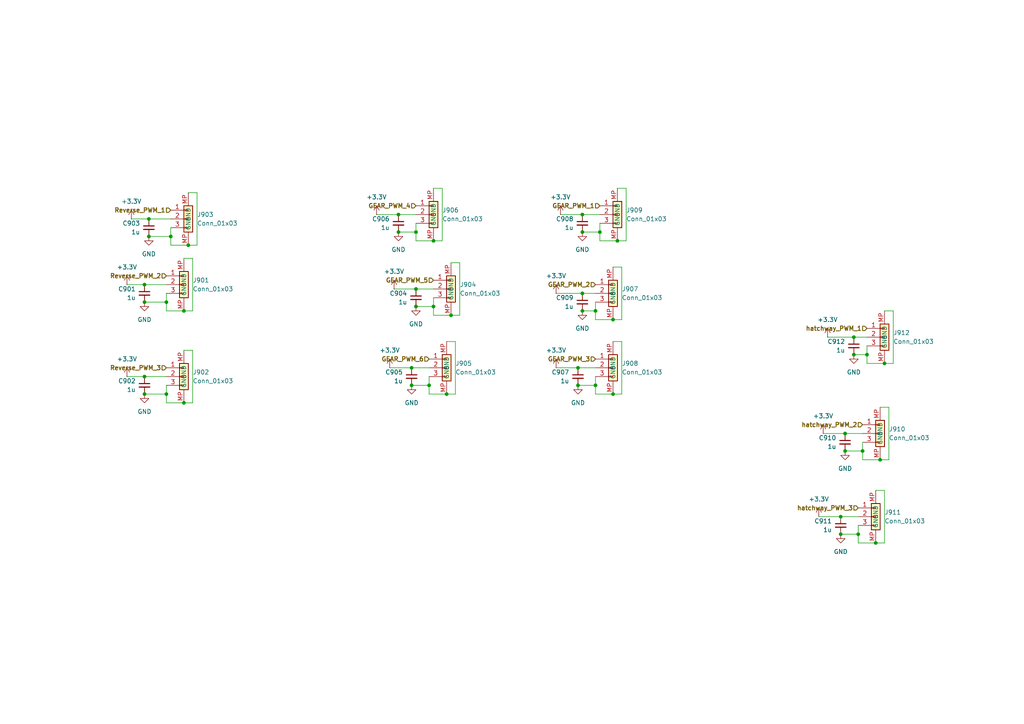
<source format=kicad_sch>
(kicad_sch (version 20250114) (generator "eeschema") (generator_version "9.0")
  (paper "A4")
  (lib_symbols
    (symbol "Device:C_Small" (pin_numbers (hide yes)) (pin_names (offset 0.254) (hide yes))
      (property "Reference" "C" (at 0.254 1.778 0))
      (property "Value" "C_Small" (at 0.254 -2.032 0))
      (symbol "C_Small_0_1"
        (polyline (pts (xy -1.524 0.508) (xy 1.524 0.508)) (stroke (width 0.3048)))
        (polyline (pts (xy -1.524 -0.508) (xy 1.524 -0.508)) (stroke (width 0.3302)))
      )
      (symbol "C_Small_1_1"
        (pin passive line (at 0 2.54 270) (length 2.032) (name "~") (number "1"))
        (pin passive line (at 0 -2.54 90) (length 2.032) (name "~") (number "2"))
      )
    )
    (symbol "JST_SH_3_Vertical_1"
      (property "Reference" "U" (at 0 0 0))
      (symbol "JST_SH_3_Vertical_1_1_1"
        (rectangle (start -1.27 5.08) (end 1.27 -2.54) (stroke (width 0.254)) (fill (type background)))
        (rectangle (start -1.27 3.937) (end 0 3.683) (stroke (width 0.1524)))
        (rectangle (start -1.27 1.397) (end 0 1.143) (stroke (width 0.1524)))
        (rectangle (start -1.27 -1.143) (end 0 -1.397) (stroke (width 0.1524)))
        (pin passive line (at -5.08 3.81 0) (length 3.81) (name "") (number "1"))
        (pin passive line (at -5.08 1.27 0) (length 3.81) (name "") (number "2"))
        (pin passive line (at -5.08 -1.27 0) (length 3.81) (name "") (number "3"))
        (pin power_in line (at 0 8.89 270) (length 3.81) (name "GND") (number "MP"))
        (pin power_in line (at 0 -6.35 90) (length 3.81) (name "GND") (number "MP"))
      )
    )
    (symbol "JST_SH_3_Vertical_10"
      (property "Reference" "U" (at 0 0 0))
      (symbol "JST_SH_3_Vertical_10_1_1"
        (rectangle (start -1.27 5.08) (end 1.27 -2.54) (stroke (width 0.254)) (fill (type background)))
        (rectangle (start -1.27 3.937) (end 0 3.683) (stroke (width 0.1524)))
        (rectangle (start -1.27 1.397) (end 0 1.143) (stroke (width 0.1524)))
        (rectangle (start -1.27 -1.143) (end 0 -1.397) (stroke (width 0.1524)))
        (pin passive line (at -5.08 3.81 0) (length 3.81) (name "") (number "1"))
        (pin passive line (at -5.08 1.27 0) (length 3.81) (name "") (number "2"))
        (pin passive line (at -5.08 -1.27 0) (length 3.81) (name "") (number "3"))
        (pin power_in line (at 0 8.89 270) (length 3.81) (name "GND") (number "MP"))
        (pin power_in line (at 0 -6.35 90) (length 3.81) (name "GND") (number "MP"))
      )
    )
    (symbol "JST_SH_3_Vertical_11"
      (property "Reference" "U" (at 0 0 0))
      (symbol "JST_SH_3_Vertical_11_1_1"
        (rectangle (start -1.27 5.08) (end 1.27 -2.54) (stroke (width 0.254)) (fill (type background)))
        (rectangle (start -1.27 3.937) (end 0 3.683) (stroke (width 0.1524)))
        (rectangle (start -1.27 1.397) (end 0 1.143) (stroke (width 0.1524)))
        (rectangle (start -1.27 -1.143) (end 0 -1.397) (stroke (width 0.1524)))
        (pin passive line (at -5.08 3.81 0) (length 3.81) (name "") (number "1"))
        (pin passive line (at -5.08 1.27 0) (length 3.81) (name "") (number "2"))
        (pin passive line (at -5.08 -1.27 0) (length 3.81) (name "") (number "3"))
        (pin power_in line (at 0 8.89 270) (length 3.81) (name "GND") (number "MP"))
        (pin power_in line (at 0 -6.35 90) (length 3.81) (name "GND") (number "MP"))
      )
    )
    (symbol "JST_SH_3_Vertical_2"
      (property "Reference" "U" (at 0 0 0))
      (symbol "JST_SH_3_Vertical_2_1_1"
        (rectangle (start -1.27 5.08) (end 1.27 -2.54) (stroke (width 0.254)) (fill (type background)))
        (rectangle (start -1.27 3.937) (end 0 3.683) (stroke (width 0.1524)))
        (rectangle (start -1.27 1.397) (end 0 1.143) (stroke (width 0.1524)))
        (rectangle (start -1.27 -1.143) (end 0 -1.397) (stroke (width 0.1524)))
        (pin passive line (at -5.08 3.81 0) (length 3.81) (name "") (number "1"))
        (pin passive line (at -5.08 1.27 0) (length 3.81) (name "") (number "2"))
        (pin passive line (at -5.08 -1.27 0) (length 3.81) (name "") (number "3"))
        (pin power_in line (at 0 8.89 270) (length 3.81) (name "GND") (number "MP"))
        (pin power_in line (at 0 -6.35 90) (length 3.81) (name "GND") (number "MP"))
      )
    )
    (symbol "JST_SH_3_Vertical_3"
      (property "Reference" "U" (at 0 0 0))
      (symbol "JST_SH_3_Vertical_3_1_1"
        (rectangle (start -1.27 5.08) (end 1.27 -2.54) (stroke (width 0.254)) (fill (type background)))
        (rectangle (start -1.27 3.937) (end 0 3.683) (stroke (width 0.1524)))
        (rectangle (start -1.27 1.397) (end 0 1.143) (stroke (width 0.1524)))
        (rectangle (start -1.27 -1.143) (end 0 -1.397) (stroke (width 0.1524)))
        (pin passive line (at -5.08 3.81 0) (length 3.81) (name "") (number "1"))
        (pin passive line (at -5.08 1.27 0) (length 3.81) (name "") (number "2"))
        (pin passive line (at -5.08 -1.27 0) (length 3.81) (name "") (number "3"))
        (pin power_in line (at 0 8.89 270) (length 3.81) (name "GND") (number "MP"))
        (pin power_in line (at 0 -6.35 90) (length 3.81) (name "GND") (number "MP"))
      )
    )
    (symbol "JST_SH_3_Vertical_4"
      (property "Reference" "U" (at 0 0 0))
      (symbol "JST_SH_3_Vertical_4_1_1"
        (rectangle (start -1.27 5.08) (end 1.27 -2.54) (stroke (width 0.254)) (fill (type background)))
        (rectangle (start -1.27 3.937) (end 0 3.683) (stroke (width 0.1524)))
        (rectangle (start -1.27 1.397) (end 0 1.143) (stroke (width 0.1524)))
        (rectangle (start -1.27 -1.143) (end 0 -1.397) (stroke (width 0.1524)))
        (pin passive line (at -5.08 3.81 0) (length 3.81) (name "") (number "1"))
        (pin passive line (at -5.08 1.27 0) (length 3.81) (name "") (number "2"))
        (pin passive line (at -5.08 -1.27 0) (length 3.81) (name "") (number "3"))
        (pin power_in line (at 0 8.89 270) (length 3.81) (name "GND") (number "MP"))
        (pin power_in line (at 0 -6.35 90) (length 3.81) (name "GND") (number "MP"))
      )
    )
    (symbol "JST_SH_3_Vertical_5"
      (property "Reference" "U" (at 0 0 0))
      (symbol "JST_SH_3_Vertical_5_1_1"
        (rectangle (start -1.27 5.08) (end 1.27 -2.54) (stroke (width 0.254)) (fill (type background)))
        (rectangle (start -1.27 3.937) (end 0 3.683) (stroke (width 0.1524)))
        (rectangle (start -1.27 1.397) (end 0 1.143) (stroke (width 0.1524)))
        (rectangle (start -1.27 -1.143) (end 0 -1.397) (stroke (width 0.1524)))
        (pin passive line (at -5.08 3.81 0) (length 3.81) (name "") (number "1"))
        (pin passive line (at -5.08 1.27 0) (length 3.81) (name "") (number "2"))
        (pin passive line (at -5.08 -1.27 0) (length 3.81) (name "") (number "3"))
        (pin power_in line (at 0 8.89 270) (length 3.81) (name "GND") (number "MP"))
        (pin power_in line (at 0 -6.35 90) (length 3.81) (name "GND") (number "MP"))
      )
    )
    (symbol "JST_SH_3_Vertical_6"
      (property "Reference" "U" (at 0 0 0))
      (symbol "JST_SH_3_Vertical_6_1_1"
        (rectangle (start -1.27 5.08) (end 1.27 -2.54) (stroke (width 0.254)) (fill (type background)))
        (rectangle (start -1.27 3.937) (end 0 3.683) (stroke (width 0.1524)))
        (rectangle (start -1.27 1.397) (end 0 1.143) (stroke (width 0.1524)))
        (rectangle (start -1.27 -1.143) (end 0 -1.397) (stroke (width 0.1524)))
        (pin passive line (at -5.08 3.81 0) (length 3.81) (name "") (number "1"))
        (pin passive line (at -5.08 1.27 0) (length 3.81) (name "") (number "2"))
        (pin passive line (at -5.08 -1.27 0) (length 3.81) (name "") (number "3"))
        (pin power_in line (at 0 8.89 270) (length 3.81) (name "GND") (number "MP"))
        (pin power_in line (at 0 -6.35 90) (length 3.81) (name "GND") (number "MP"))
      )
    )
    (symbol "JST_SH_3_Vertical_7"
      (property "Reference" "U" (at 0 0 0))
      (symbol "JST_SH_3_Vertical_7_1_1"
        (rectangle (start -1.27 5.08) (end 1.27 -2.54) (stroke (width 0.254)) (fill (type background)))
        (rectangle (start -1.27 3.937) (end 0 3.683) (stroke (width 0.1524)))
        (rectangle (start -1.27 1.397) (end 0 1.143) (stroke (width 0.1524)))
        (rectangle (start -1.27 -1.143) (end 0 -1.397) (stroke (width 0.1524)))
        (pin passive line (at -5.08 3.81 0) (length 3.81) (name "") (number "1"))
        (pin passive line (at -5.08 1.27 0) (length 3.81) (name "") (number "2"))
        (pin passive line (at -5.08 -1.27 0) (length 3.81) (name "") (number "3"))
        (pin power_in line (at 0 8.89 270) (length 3.81) (name "GND") (number "MP"))
        (pin power_in line (at 0 -6.35 90) (length 3.81) (name "GND") (number "MP"))
      )
    )
    (symbol "JST_SH_3_Vertical_8"
      (property "Reference" "U" (at 0 0 0))
      (symbol "JST_SH_3_Vertical_8_1_1"
        (rectangle (start -1.27 5.08) (end 1.27 -2.54) (stroke (width 0.254)) (fill (type background)))
        (rectangle (start -1.27 3.937) (end 0 3.683) (stroke (width 0.1524)))
        (rectangle (start -1.27 1.397) (end 0 1.143) (stroke (width 0.1524)))
        (rectangle (start -1.27 -1.143) (end 0 -1.397) (stroke (width 0.1524)))
        (pin passive line (at -5.08 3.81 0) (length 3.81) (name "") (number "1"))
        (pin passive line (at -5.08 1.27 0) (length 3.81) (name "") (number "2"))
        (pin passive line (at -5.08 -1.27 0) (length 3.81) (name "") (number "3"))
        (pin power_in line (at 0 8.89 270) (length 3.81) (name "GND") (number "MP"))
        (pin power_in line (at 0 -6.35 90) (length 3.81) (name "GND") (number "MP"))
      )
    )
    (symbol "JST_SH_3_Vertical_9"
      (property "Reference" "U" (at 0 0 0))
      (symbol "JST_SH_3_Vertical_9_1_1"
        (rectangle (start -1.27 5.08) (end 1.27 -2.54) (stroke (width 0.254)) (fill (type background)))
        (rectangle (start -1.27 3.937) (end 0 3.683) (stroke (width 0.1524)))
        (rectangle (start -1.27 1.397) (end 0 1.143) (stroke (width 0.1524)))
        (rectangle (start -1.27 -1.143) (end 0 -1.397) (stroke (width 0.1524)))
        (pin passive line (at -5.08 3.81 0) (length 3.81) (name "") (number "1"))
        (pin passive line (at -5.08 1.27 0) (length 3.81) (name "") (number "2"))
        (pin passive line (at -5.08 -1.27 0) (length 3.81) (name "") (number "3"))
        (pin power_in line (at 0 8.89 270) (length 3.81) (name "GND") (number "MP"))
        (pin power_in line (at 0 -6.35 90) (length 3.81) (name "GND") (number "MP"))
      )
    )
    (symbol "my_lib:JST_SH_3_Vertical"
      (property "Reference" "U" (at 0 0 0))
      (symbol "JST_SH_3_Vertical_1_1"
        (rectangle (start -1.27 5.08) (end 1.27 -2.54) (stroke (width 0.254)) (fill (type background)))
        (rectangle (start -1.27 3.937) (end 0 3.683) (stroke (width 0.1524)))
        (rectangle (start -1.27 1.397) (end 0 1.143) (stroke (width 0.1524)))
        (rectangle (start -1.27 -1.143) (end 0 -1.397) (stroke (width 0.1524)))
        (pin passive line (at -5.08 3.81 0) (length 3.81) (name "") (number "1"))
        (pin passive line (at -5.08 1.27 0) (length 3.81) (name "") (number "2"))
        (pin passive line (at -5.08 -1.27 0) (length 3.81) (name "") (number "3"))
        (pin power_in line (at 0 8.89 270) (length 3.81) (name "GND") (number "MP"))
        (pin power_in line (at 0 -6.35 90) (length 3.81) (name "GND") (number "MP"))
      )
    )
    (symbol "power:+3.3V" (power) (pin_numbers (hide yes)) (pin_names (offset 0) (hide yes))
      (property "Value" "+3.3V" (at 0 3.556 0))
      (symbol "+3.3V_0_1"
        (polyline (pts (xy -0.762 1.27) (xy 0 2.54)))
        (polyline (pts (xy 0 2.54) (xy 0.762 1.27)))
        (polyline (pts (xy 0 0) (xy 0 2.54)))
      )
      (symbol "+3.3V_1_1"
        (pin power_in line (at 0 0 90) (length 0) (name "~") (number "1"))
      )
    )
    (symbol "power:GND" (power) (pin_numbers (hide yes)) (pin_names (offset 0) (hide yes))
      (property "Value" "GND" (at 0 -3.81 0))
      (symbol "GND_0_1"
        (polyline (pts (xy 0 0) (xy 0 -1.27) (xy 1.27 -1.27) (xy 0 -2.54) (xy -1.27 -1.27) (xy 0 -1.27)))
      )
      (symbol "GND_1_1"
        (pin power_in line (at 0 0 270) (length 0) (name "~") (number "1"))
      )
    )
  )
  (junction (at 125.73 88.9))
  (junction (at 168.91 85.09))
  (junction (at 168.91 90.17))
  (junction (at 49.53 68.58))
  (junction (at 53.34 116.84))
  (junction (at 177.8 114.3))
  (junction (at 48.26 114.3))
  (junction (at 179.07 69.85))
  (junction (at 172.72 111.76))
  (junction (at 130.81 91.44))
  (junction (at 243.84 154.94))
  (junction (at 119.38 106.68))
  (junction (at 251.46 102.87))
  (junction (at 41.91 109.22))
  (junction (at 254 157.48))
  (junction (at 168.91 62.23))
  (junction (at 247.65 97.79))
  (junction (at 245.11 130.81))
  (junction (at 172.72 90.17))
  (junction (at 173.99 67.31))
  (junction (at 177.8 92.71))
  (junction (at 255.27 133.35))
  (junction (at 120.65 67.31))
  (junction (at 43.18 68.58))
  (junction (at 120.65 83.82))
  (junction (at 168.91 67.31))
  (junction (at 129.54 114.3))
  (junction (at 120.65 88.9))
  (junction (at 54.61 71.12))
  (junction (at 48.26 87.63))
  (junction (at 41.91 82.55))
  (junction (at 119.38 111.76))
  (junction (at 247.65 102.87))
  (junction (at 250.19 130.81))
  (junction (at 115.57 67.31))
  (junction (at 248.92 154.94))
  (junction (at 41.91 87.63))
  (junction (at 41.91 114.3))
  (junction (at 43.18 63.5))
  (junction (at 243.84 149.86))
  (junction (at 245.11 125.73))
  (junction (at 125.73 69.85))
  (junction (at 53.34 90.17))
  (junction (at 124.46 111.76))
  (junction (at 256.54 105.41))
  (junction (at 167.64 106.68))
  (junction (at 167.64 111.76))
  (junction (at 115.57 62.23))
  (wire (pts (xy 53.34 90.17) (xy 55.88 90.17)))
  (wire (pts (xy 161.29 85.09) (xy 168.91 85.09)))
  (wire (pts (xy 257.81 133.35) (xy 255.27 133.35)))
  (wire (pts (xy 53.34 116.84) (xy 55.88 116.84)))
  (wire (pts (xy 248.92 154.94) (xy 248.92 152.4)))
  (wire (pts (xy 41.91 87.63) (xy 48.26 87.63)))
  (wire (pts (xy 55.88 101.6) (xy 53.34 101.6)))
  (wire (pts (xy 119.38 106.68) (xy 124.46 106.68)))
  (wire (pts (xy 177.8 114.3) (xy 180.34 114.3)))
  (wire (pts (xy 48.26 87.63) (xy 48.26 90.17)))
  (wire (pts (xy 55.88 74.93) (xy 53.34 74.93)))
  (wire (pts (xy 255.27 118.11) (xy 257.81 118.11)))
  (wire (pts (xy 119.38 111.76) (xy 124.46 111.76)))
  (wire (pts (xy 41.91 114.3) (xy 48.26 114.3)))
  (wire (pts (xy 257.81 118.11) (xy 257.81 133.35)))
  (wire (pts (xy 120.65 67.31) (xy 120.65 64.77)))
  (wire (pts (xy 133.35 91.44) (xy 133.35 76.2)))
  (wire (pts (xy 161.29 106.68) (xy 167.64 106.68)))
  (wire (pts (xy 243.84 154.94) (xy 248.92 154.94)))
  (wire (pts (xy 124.46 111.76) (xy 124.46 109.22)))
  (wire (pts (xy 254 157.48) (xy 256.54 157.48)))
  (wire (pts (xy 162.56 62.23) (xy 168.91 62.23)))
  (wire (pts (xy 168.91 90.17) (xy 172.72 90.17)))
  (wire (pts (xy 36.83 109.22) (xy 41.91 109.22)))
  (wire (pts (xy 180.34 77.47) (xy 177.8 77.47)))
  (wire (pts (xy 173.99 69.85) (xy 179.07 69.85)))
  (wire (pts (xy 49.53 68.58) (xy 49.53 66.04)))
  (wire (pts (xy 48.26 90.17) (xy 53.34 90.17)))
  (wire (pts (xy 128.27 69.85) (xy 128.27 54.61)))
  (wire (pts (xy 48.26 114.3) (xy 48.26 116.84)))
  (wire (pts (xy 114.3 83.82) (xy 120.65 83.82)))
  (wire (pts (xy 243.84 149.86) (xy 248.92 149.86)))
  (wire (pts (xy 49.53 71.12) (xy 49.53 68.58)))
  (wire (pts (xy 120.65 67.31) (xy 120.65 69.85)))
  (wire (pts (xy 180.34 92.71) (xy 180.34 77.47)))
  (wire (pts (xy 113.03 106.68) (xy 119.38 106.68)))
  (wire (pts (xy 168.91 62.23) (xy 173.99 62.23)))
  (wire (pts (xy 120.65 88.9) (xy 125.73 88.9)))
  (wire (pts (xy 43.18 63.5) (xy 49.53 63.5)))
  (wire (pts (xy 250.19 133.35) (xy 250.19 130.81)))
  (wire (pts (xy 172.72 111.76) (xy 172.72 114.3)))
  (wire (pts (xy 132.08 114.3) (xy 132.08 99.06)))
  (wire (pts (xy 124.46 114.3) (xy 129.54 114.3)))
  (wire (pts (xy 125.73 91.44) (xy 130.81 91.44)))
  (wire (pts (xy 41.91 82.55) (xy 48.26 82.55)))
  (wire (pts (xy 248.92 157.48) (xy 248.92 154.94)))
  (wire (pts (xy 181.61 69.85) (xy 181.61 54.61)))
  (wire (pts (xy 43.18 68.58) (xy 49.53 68.58)))
  (wire (pts (xy 245.11 125.73) (xy 250.19 125.73)))
  (wire (pts (xy 173.99 67.31) (xy 173.99 69.85)))
  (wire (pts (xy 54.61 55.88) (xy 57.15 55.88)))
  (wire (pts (xy 180.34 114.3) (xy 180.34 99.06)))
  (wire (pts (xy 167.64 111.76) (xy 172.72 111.76)))
  (wire (pts (xy 254 142.24) (xy 256.54 142.24)))
  (wire (pts (xy 259.08 105.41) (xy 259.08 90.17)))
  (wire (pts (xy 181.61 54.61) (xy 179.07 54.61)))
  (wire (pts (xy 172.72 92.71) (xy 177.8 92.71)))
  (wire (pts (xy 240.03 97.79) (xy 247.65 97.79)))
  (wire (pts (xy 172.72 90.17) (xy 172.72 87.63)))
  (wire (pts (xy 179.07 69.85) (xy 181.61 69.85)))
  (wire (pts (xy 251.46 102.87) (xy 251.46 100.33)))
  (wire (pts (xy 130.81 91.44) (xy 133.35 91.44)))
  (wire (pts (xy 172.72 111.76) (xy 172.72 109.22)))
  (wire (pts (xy 125.73 69.85) (xy 128.27 69.85)))
  (wire (pts (xy 259.08 90.17) (xy 256.54 90.17)))
  (wire (pts (xy 173.99 64.77) (xy 173.99 67.31)))
  (wire (pts (xy 41.91 109.22) (xy 48.26 109.22)))
  (wire (pts (xy 54.61 71.12) (xy 57.15 71.12)))
  (wire (pts (xy 167.64 106.68) (xy 172.72 106.68)))
  (wire (pts (xy 115.57 67.31) (xy 120.65 67.31)))
  (wire (pts (xy 38.1 63.5) (xy 43.18 63.5)))
  (wire (pts (xy 132.08 99.06) (xy 129.54 99.06)))
  (wire (pts (xy 180.34 99.06) (xy 177.8 99.06)))
  (wire (pts (xy 256.54 105.41) (xy 259.08 105.41)))
  (wire (pts (xy 237.49 149.86) (xy 243.84 149.86)))
  (wire (pts (xy 255.27 133.35) (xy 250.19 133.35)))
  (wire (pts (xy 251.46 105.41) (xy 256.54 105.41)))
  (wire (pts (xy 247.65 102.87) (xy 251.46 102.87)))
  (wire (pts (xy 251.46 102.87) (xy 251.46 105.41)))
  (wire (pts (xy 48.26 87.63) (xy 48.26 85.09)))
  (wire (pts (xy 115.57 62.23) (xy 120.65 62.23)))
  (wire (pts (xy 124.46 111.76) (xy 124.46 114.3)))
  (wire (pts (xy 245.11 130.81) (xy 250.19 130.81)))
  (wire (pts (xy 48.26 116.84) (xy 53.34 116.84)))
  (wire (pts (xy 172.72 114.3) (xy 177.8 114.3)))
  (wire (pts (xy 254 157.48) (xy 248.92 157.48)))
  (wire (pts (xy 125.73 88.9) (xy 125.73 86.36)))
  (wire (pts (xy 247.65 97.79) (xy 251.46 97.79)))
  (wire (pts (xy 172.72 90.17) (xy 172.72 92.71)))
  (wire (pts (xy 133.35 76.2) (xy 130.81 76.2)))
  (wire (pts (xy 168.91 85.09) (xy 172.72 85.09)))
  (wire (pts (xy 55.88 116.84) (xy 55.88 101.6)))
  (wire (pts (xy 57.15 55.88) (xy 57.15 71.12)))
  (wire (pts (xy 54.61 71.12) (xy 49.53 71.12)))
  (wire (pts (xy 109.22 62.23) (xy 115.57 62.23)))
  (wire (pts (xy 238.76 125.73) (xy 245.11 125.73)))
  (wire (pts (xy 128.27 54.61) (xy 125.73 54.61)))
  (wire (pts (xy 36.83 82.55) (xy 41.91 82.55)))
  (wire (pts (xy 129.54 114.3) (xy 132.08 114.3)))
  (wire (pts (xy 120.65 69.85) (xy 125.73 69.85)))
  (wire (pts (xy 250.19 130.81) (xy 250.19 128.27)))
  (wire (pts (xy 55.88 90.17) (xy 55.88 74.93)))
  (wire (pts (xy 125.73 88.9) (xy 125.73 91.44)))
  (wire (pts (xy 168.91 67.31) (xy 173.99 67.31)))
  (wire (pts (xy 120.65 83.82) (xy 125.73 83.82)))
  (wire (pts (xy 48.26 114.3) (xy 48.26 111.76)))
  (wire (pts (xy 256.54 142.24) (xy 256.54 157.48)))
  (wire (pts (xy 177.8 92.71) (xy 180.34 92.71)))
  (hierarchical_label "hatchway_PWM_1" (shape input) (at 251.46 95.25 180) (effects (font (thickness 0.254) (bold yes))))
  (hierarchical_label "Reverse_PWM_3" (shape input) (at 48.26 106.68 180) (effects (font (thickness 0.254) (bold yes))))
  (hierarchical_label "GEAR_PWM_4" (shape input) (at 120.65 59.69 180) (effects (font (thickness 0.254) (bold yes))))
  (hierarchical_label "GEAR_PWM_1" (shape input) (at 173.99 59.69 180) (effects (font (thickness 0.254) (bold yes))))
  (hierarchical_label "GEAR_PWM_5" (shape input) (at 125.73 81.28 180) (effects (font (thickness 0.254) (bold yes))))
  (hierarchical_label "Reverse_PWM_1" (shape input) (at 49.53 60.96 180) (effects (font (thickness 0.254) (bold yes))))
  (hierarchical_label "hatchway_PWM_2" (shape input) (at 250.19 123.19 180) (effects (font (thickness 0.254) (bold yes))))
  (hierarchical_label "hatchway_PWM_3" (shape input) (at 248.92 147.32 180) (effects (font (thickness 0.254) (bold yes))))
  (hierarchical_label "Reverse_PWM_2" (shape input) (at 48.26 80.01 180) (effects (font (thickness 0.254) (bold yes))))
  (hierarchical_label "GEAR_PWM_3" (shape input) (at 172.72 104.14 180) (effects (font (thickness 0.254) (bold yes))))
  (hierarchical_label "GEAR_PWM_6" (shape input) (at 124.46 104.14 180) (effects (font (thickness 0.254) (bold yes))))
  (hierarchical_label "GEAR_PWM_2" (shape input) (at 172.72 82.55 180) (effects (font (thickness 0.254) (bold yes))))
  (symbol (lib_id "my_lib:JST_SH_3_Vertical") (at 53.34 110.49 0) (unit 1)
    (property "Reference" "J902" (at 55.88 107.9499 0) (effects (justify left)))
    (property "Value" "Conn_01x03" (at 55.88 110.4899 0) (effects (justify left)))
    (property "Footprint" "Connector_JST:JST_SH_BM03B-SRSS-TB_1x03-1MP_P1.00mm_Vertical" (effects (hide yes)))
    (property "Description" "Generic connector, single row, 01x03, script generated (kicad-library-utils/schlib/autogen/connector/)" (effects (hide yes)))
  )
  (symbol (lib_id "Device:C_Small") (at 41.91 85.09 0) (unit 1)
    (property "Reference" "C901" (at 39.37 83.8262 0) (effects (justify right)))
    (property "Value" "1u" (at 39.37 86.3662 0) (effects (justify right)))
    (property "Footprint" "Capacitor_SMD:C_0603_1608Metric" (effects (hide yes)))
    (property "Description" "Unpolarized capacitor, small symbol" (effects (hide yes)))
  )
  (symbol (lib_id "Device:C_Small") (at 115.57 64.77 0) (unit 1)
    (property "Reference" "C906" (at 113.03 63.5062 0) (effects (justify right)))
    (property "Value" "1u" (at 113.03 66.0462 0) (effects (justify right)))
    (property "Footprint" "Capacitor_SMD:C_0603_1608Metric" (effects (hide yes)))
    (property "Description" "Unpolarized capacitor, small symbol" (effects (hide yes)))
  )
  (symbol (lib_id "power:+3.3V") (at 240.03 97.79 0) (unit 1)
    (property "Reference" "#PWR0921" (effects (hide yes)))
    (property "Value" "+3.3V" (at 240.03 92.71 0))
    (property "Description" "Power symbol creates a global label with name \"+3.3V\"" (effects (hide yes)))
  )
  (symbol (lib_id "Device:C_Small") (at 168.91 87.63 0) (unit 1)
    (property "Reference" "C909" (at 166.37 86.3662 0) (effects (justify right)))
    (property "Value" "1u" (at 166.37 88.9062 0) (effects (justify right)))
    (property "Footprint" "Capacitor_SMD:C_0603_1608Metric" (effects (hide yes)))
    (property "Description" "Unpolarized capacitor, small symbol" (effects (hide yes)))
  )
  (symbol (lib_id "power:GND") (at 247.65 102.87 0) (unit 1)
    (property "Reference" "#PWR0924" (effects (hide yes)))
    (property "Value" "GND" (at 247.65 107.95 0))
    (property "Description" "Power symbol creates a global label with name \"GND\" , ground" (effects (hide yes)))
  )
  (symbol (lib_id "Device:C_Small") (at 168.91 64.77 0) (unit 1)
    (property "Reference" "C908" (at 166.37 63.5062 0) (effects (justify right)))
    (property "Value" "1u" (at 166.37 66.0462 0) (effects (justify right)))
    (property "Footprint" "Capacitor_SMD:C_0603_1608Metric" (effects (hide yes)))
    (property "Description" "Unpolarized capacitor, small symbol" (effects (hide yes)))
  )
  (symbol (lib_name "JST_SH_3_Vertical_5") (lib_id "my_lib:JST_SH_3_Vertical") (at 177.8 86.36 0) (unit 1)
    (property "Reference" "J907" (at 180.34 83.8199 0) (effects (justify left)))
    (property "Value" "Conn_01x03" (at 180.34 86.3599 0) (effects (justify left)))
    (property "Footprint" "Connector_JST:JST_SH_BM03B-SRSS-TB_1x03-1MP_P1.00mm_Vertical" (effects (hide yes)))
    (property "Description" "Generic connector, single row, 01x03, script generated (kicad-library-utils/schlib/autogen/connector/)" (effects (hide yes)))
  )
  (symbol (lib_id "power:GND") (at 120.65 88.9 0) (unit 1)
    (property "Reference" "#PWR0910" (effects (hide yes)))
    (property "Value" "GND" (at 120.65 93.98 0))
    (property "Description" "Power symbol creates a global label with name \"GND\" , ground" (effects (hide yes)))
  )
  (symbol (lib_id "power:+3.3V") (at 114.3 83.82 0) (unit 1)
    (property "Reference" "#PWR0907" (effects (hide yes)))
    (property "Value" "+3.3V" (at 114.3 78.74 0))
    (property "Description" "Power symbol creates a global label with name \"+3.3V\"" (effects (hide yes)))
  )
  (symbol (lib_id "Device:C_Small") (at 120.65 86.36 0) (unit 1)
    (property "Reference" "C904" (at 118.11 85.0962 0) (effects (justify right)))
    (property "Value" "1u" (at 118.11 87.6362 0) (effects (justify right)))
    (property "Footprint" "Capacitor_SMD:C_0603_1608Metric" (effects (hide yes)))
    (property "Description" "Unpolarized capacitor, small symbol" (effects (hide yes)))
  )
  (symbol (lib_id "power:+3.3V") (at 161.29 106.68 0) (unit 1)
    (property "Reference" "#PWR0914" (effects (hide yes)))
    (property "Value" "+3.3V" (at 161.29 101.6 0))
    (property "Description" "Power symbol creates a global label with name \"+3.3V\"" (effects (hide yes)))
  )
  (symbol (lib_id "Device:C_Small") (at 119.38 109.22 0) (unit 1)
    (property "Reference" "C905" (at 116.84 107.9562 0) (effects (justify right)))
    (property "Value" "1u" (at 116.84 110.4962 0) (effects (justify right)))
    (property "Footprint" "Capacitor_SMD:C_0603_1608Metric" (effects (hide yes)))
    (property "Description" "Unpolarized capacitor, small symbol" (effects (hide yes)))
  )
  (symbol (lib_id "power:+3.3V") (at 162.56 62.23 0) (unit 1)
    (property "Reference" "#PWR0915" (effects (hide yes)))
    (property "Value" "+3.3V" (at 162.56 57.15 0))
    (property "Description" "Power symbol creates a global label with name \"+3.3V\"" (effects (hide yes)))
  )
  (symbol (lib_id "Device:C_Small") (at 43.18 66.04 0) (unit 1)
    (property "Reference" "C903" (at 40.64 64.7762 0) (effects (justify right)))
    (property "Value" "1u" (at 40.64 67.3162 0) (effects (justify right)))
    (property "Footprint" "Capacitor_SMD:C_0603_1608Metric" (effects (hide yes)))
    (property "Description" "Unpolarized capacitor, small symbol" (effects (hide yes)))
  )
  (symbol (lib_name "JST_SH_3_Vertical_11") (lib_id "my_lib:JST_SH_3_Vertical") (at 53.34 83.82 0) (unit 1)
    (property "Reference" "J901" (at 55.88 81.2799 0) (effects (justify left)))
    (property "Value" "Conn_01x03" (at 55.88 83.8199 0) (effects (justify left)))
    (property "Footprint" "Connector_JST:JST_SH_BM03B-SRSS-TB_1x03-1MP_P1.00mm_Vertical" (effects (hide yes)))
    (property "Description" "Generic connector, single row, 01x03, script generated (kicad-library-utils/schlib/autogen/connector/)" (effects (hide yes)))
  )
  (symbol (lib_id "power:GND") (at 115.57 67.31 0) (unit 1)
    (property "Reference" "#PWR0912" (effects (hide yes)))
    (property "Value" "GND" (at 115.57 72.39 0))
    (property "Description" "Power symbol creates a global label with name \"GND\" , ground" (effects (hide yes)))
  )
  (symbol (lib_name "JST_SH_3_Vertical_3") (lib_id "my_lib:JST_SH_3_Vertical") (at 256.54 99.06 0) (unit 1)
    (property "Reference" "J912" (at 259.08 96.5199 0) (effects (justify left)))
    (property "Value" "Conn_01x03" (at 259.08 99.0599 0) (effects (justify left)))
    (property "Footprint" "Connector_JST:JST_SH_BM03B-SRSS-TB_1x03-1MP_P1.00mm_Vertical" (effects (hide yes)))
    (property "Description" "Generic connector, single row, 01x03, script generated (kicad-library-utils/schlib/autogen/connector/)" (effects (hide yes)))
  )
  (symbol (lib_id "power:+3.3V") (at 238.76 125.73 0) (unit 1)
    (property "Reference" "#PWR0919" (effects (hide yes)))
    (property "Value" "+3.3V" (at 238.76 120.65 0))
    (property "Description" "Power symbol creates a global label with name \"+3.3V\"" (effects (hide yes)))
  )
  (symbol (lib_id "power:GND") (at 41.91 87.63 0) (unit 1)
    (property "Reference" "#PWR0904" (effects (hide yes)))
    (property "Value" "GND" (at 41.91 92.71 0))
    (property "Description" "Power symbol creates a global label with name \"GND\" , ground" (effects (hide yes)))
  )
  (symbol (lib_name "JST_SH_3_Vertical_4") (lib_id "my_lib:JST_SH_3_Vertical") (at 177.8 107.95 0) (unit 1)
    (property "Reference" "J908" (at 180.34 105.4099 0) (effects (justify left)))
    (property "Value" "Conn_01x03" (at 180.34 107.9499 0) (effects (justify left)))
    (property "Footprint" "Connector_JST:JST_SH_BM03B-SRSS-TB_1x03-1MP_P1.00mm_Vertical" (effects (hide yes)))
    (property "Description" "Generic connector, single row, 01x03, script generated (kicad-library-utils/schlib/autogen/connector/)" (effects (hide yes)))
  )
  (symbol (lib_name "JST_SH_3_Vertical_1") (lib_id "my_lib:JST_SH_3_Vertical") (at 255.27 127 0) (unit 1)
    (property "Reference" "J910" (at 257.81 124.4599 0) (effects (justify left)))
    (property "Value" "Conn_01x03" (at 257.81 126.9999 0) (effects (justify left)))
    (property "Footprint" "Connector_JST:JST_SH_BM03B-SRSS-TB_1x03-1MP_P1.00mm_Vertical" (effects (hide yes)))
    (property "Description" "Generic connector, single row, 01x03, script generated (kicad-library-utils/schlib/autogen/connector/)" (effects (hide yes)))
  )
  (symbol (lib_name "JST_SH_3_Vertical_6") (lib_id "my_lib:JST_SH_3_Vertical") (at 179.07 63.5 0) (unit 1)
    (property "Reference" "J909" (at 181.61 60.9599 0) (effects (justify left)))
    (property "Value" "Conn_01x03" (at 181.61 63.4999 0) (effects (justify left)))
    (property "Footprint" "Connector_JST:JST_SH_BM03B-SRSS-TB_1x03-1MP_P1.00mm_Vertical" (effects (hide yes)))
    (property "Description" "Generic connector, single row, 01x03, script generated (kicad-library-utils/schlib/autogen/connector/)" (effects (hide yes)))
  )
  (symbol (lib_id "power:GND") (at 168.91 67.31 0) (unit 1)
    (property "Reference" "#PWR0917" (effects (hide yes)))
    (property "Value" "GND" (at 168.91 72.39 0))
    (property "Description" "Power symbol creates a global label with name \"GND\" , ground" (effects (hide yes)))
  )
  (symbol (lib_id "power:+3.3V") (at 113.03 106.68 0) (unit 1)
    (property "Reference" "#PWR0908" (effects (hide yes)))
    (property "Value" "+3.3V" (at 113.03 101.6 0))
    (property "Description" "Power symbol creates a global label with name \"+3.3V\"" (effects (hide yes)))
  )
  (symbol (lib_name "JST_SH_3_Vertical_9") (lib_id "my_lib:JST_SH_3_Vertical") (at 129.54 107.95 0) (unit 1)
    (property "Reference" "J905" (at 132.08 105.4099 0) (effects (justify left)))
    (property "Value" "Conn_01x03" (at 132.08 107.9499 0) (effects (justify left)))
    (property "Footprint" "Connector_JST:JST_SH_BM03B-SRSS-TB_1x03-1MP_P1.00mm_Vertical" (effects (hide yes)))
    (property "Description" "Generic connector, single row, 01x03, script generated (kicad-library-utils/schlib/autogen/connector/)" (effects (hide yes)))
  )
  (symbol (lib_id "Device:C_Small") (at 167.64 109.22 0) (unit 1)
    (property "Reference" "C907" (at 165.1 107.9562 0) (effects (justify right)))
    (property "Value" "1u" (at 165.1 110.4962 0) (effects (justify right)))
    (property "Footprint" "Capacitor_SMD:C_0603_1608Metric" (effects (hide yes)))
    (property "Description" "Unpolarized capacitor, small symbol" (effects (hide yes)))
  )
  (symbol (lib_id "Device:C_Small") (at 245.11 128.27 0) (unit 1)
    (property "Reference" "C910" (at 242.57 127.0062 0) (effects (justify right)))
    (property "Value" "1u" (at 242.57 129.5462 0) (effects (justify right)))
    (property "Footprint" "Capacitor_SMD:C_0603_1608Metric" (effects (hide yes)))
    (property "Description" "Unpolarized capacitor, small symbol" (effects (hide yes)))
  )
  (symbol (lib_name "JST_SH_3_Vertical_2") (lib_id "my_lib:JST_SH_3_Vertical") (at 254 151.13 0) (unit 1)
    (property "Reference" "J911" (at 256.54 148.5899 0) (effects (justify left)))
    (property "Value" "Conn_01x03" (at 256.54 151.1299 0) (effects (justify left)))
    (property "Footprint" "Connector_JST:JST_SH_BM03B-SRSS-TB_1x03-1MP_P1.00mm_Vertical" (effects (hide yes)))
    (property "Description" "Generic connector, single row, 01x03, script generated (kicad-library-utils/schlib/autogen/connector/)" (effects (hide yes)))
  )
  (symbol (lib_name "JST_SH_3_Vertical_8") (lib_id "my_lib:JST_SH_3_Vertical") (at 130.81 85.09 0) (unit 1)
    (property "Reference" "J904" (at 133.35 82.5499 0) (effects (justify left)))
    (property "Value" "Conn_01x03" (at 133.35 85.0899 0) (effects (justify left)))
    (property "Footprint" "Connector_JST:JST_SH_BM03B-SRSS-TB_1x03-1MP_P1.00mm_Vertical" (effects (hide yes)))
    (property "Description" "Generic connector, single row, 01x03, script generated (kicad-library-utils/schlib/autogen/connector/)" (effects (hide yes)))
  )
  (symbol (lib_id "power:+3.3V") (at 36.83 82.55 0) (unit 1)
    (property "Reference" "#PWR0901" (effects (hide yes)))
    (property "Value" "+3.3V" (at 36.83 77.47 0))
    (property "Description" "Power symbol creates a global label with name \"+3.3V\"" (effects (hide yes)))
  )
  (symbol (lib_id "power:GND") (at 243.84 154.94 0) (unit 1)
    (property "Reference" "#PWR0923" (effects (hide yes)))
    (property "Value" "GND" (at 243.84 160.02 0))
    (property "Description" "Power symbol creates a global label with name \"GND\" , ground" (effects (hide yes)))
  )
  (symbol (lib_id "power:+3.3V") (at 38.1 63.5 0) (unit 1)
    (property "Reference" "#PWR0903" (effects (hide yes)))
    (property "Value" "+3.3V" (at 38.1 58.42 0))
    (property "Description" "Power symbol creates a global label with name \"+3.3V\"" (effects (hide yes)))
  )
  (symbol (lib_id "power:GND") (at 41.91 114.3 0) (unit 1)
    (property "Reference" "#PWR0905" (effects (hide yes)))
    (property "Value" "GND" (at 41.91 119.38 0))
    (property "Description" "Power symbol creates a global label with name \"GND\" , ground" (effects (hide yes)))
  )
  (symbol (lib_id "power:+3.3V") (at 109.22 62.23 0) (unit 1)
    (property "Reference" "#PWR0909" (effects (hide yes)))
    (property "Value" "+3.3V" (at 109.22 57.15 0))
    (property "Description" "Power symbol creates a global label with name \"+3.3V\"" (effects (hide yes)))
  )
  (symbol (lib_id "power:GND") (at 168.91 90.17 0) (unit 1)
    (property "Reference" "#PWR0918" (effects (hide yes)))
    (property "Value" "GND" (at 168.91 95.25 0))
    (property "Description" "Power symbol creates a global label with name \"GND\" , ground" (effects (hide yes)))
  )
  (symbol (lib_id "power:GND") (at 245.11 130.81 0) (unit 1)
    (property "Reference" "#PWR0922" (effects (hide yes)))
    (property "Value" "GND" (at 245.11 135.89 0))
    (property "Description" "Power symbol creates a global label with name \"GND\" , ground" (effects (hide yes)))
  )
  (symbol (lib_id "power:+3.3V") (at 237.49 149.86 0) (unit 1)
    (property "Reference" "#PWR0920" (effects (hide yes)))
    (property "Value" "+3.3V" (at 237.49 144.78 0))
    (property "Description" "Power symbol creates a global label with name \"+3.3V\"" (effects (hide yes)))
  )
  (symbol (lib_id "Device:C_Small") (at 41.91 111.76 0) (unit 1)
    (property "Reference" "C902" (at 39.37 110.4962 0) (effects (justify right)))
    (property "Value" "1u" (at 39.37 113.0362 0) (effects (justify right)))
    (property "Footprint" "Capacitor_SMD:C_0603_1608Metric" (effects (hide yes)))
    (property "Description" "Unpolarized capacitor, small symbol" (effects (hide yes)))
  )
  (symbol (lib_id "Device:C_Small") (at 243.84 152.4 0) (unit 1)
    (property "Reference" "C911" (at 241.3 151.1362 0) (effects (justify right)))
    (property "Value" "1u" (at 241.3 153.6762 0) (effects (justify right)))
    (property "Footprint" "Capacitor_SMD:C_0603_1608Metric" (effects (hide yes)))
    (property "Description" "Unpolarized capacitor, small symbol" (effects (hide yes)))
  )
  (symbol (lib_name "JST_SH_3_Vertical_10") (lib_id "my_lib:JST_SH_3_Vertical") (at 54.61 64.77 0) (unit 1)
    (property "Reference" "J903" (at 57.15 62.2299 0) (effects (justify left)))
    (property "Value" "Conn_01x03" (at 57.15 64.7699 0) (effects (justify left)))
    (property "Footprint" "Connector_JST:JST_SH_BM03B-SRSS-TB_1x03-1MP_P1.00mm_Vertical" (effects (hide yes)))
    (property "Description" "Generic connector, single row, 01x03, script generated (kicad-library-utils/schlib/autogen/connector/)" (effects (hide yes)))
  )
  (symbol (lib_id "power:GND") (at 119.38 111.76 0) (unit 1)
    (property "Reference" "#PWR0911" (effects (hide yes)))
    (property "Value" "GND" (at 119.38 116.84 0))
    (property "Description" "Power symbol creates a global label with name \"GND\" , ground" (effects (hide yes)))
  )
  (symbol (lib_id "power:GND") (at 167.64 111.76 0) (unit 1)
    (property "Reference" "#PWR0916" (effects (hide yes)))
    (property "Value" "GND" (at 167.64 116.84 0))
    (property "Description" "Power symbol creates a global label with name \"GND\" , ground" (effects (hide yes)))
  )
  (symbol (lib_name "JST_SH_3_Vertical_7") (lib_id "my_lib:JST_SH_3_Vertical") (at 125.73 63.5 0) (unit 1)
    (property "Reference" "J906" (at 128.27 60.9599 0) (effects (justify left)))
    (property "Value" "Conn_01x03" (at 128.27 63.4999 0) (effects (justify left)))
    (property "Footprint" "Connector_JST:JST_SH_BM03B-SRSS-TB_1x03-1MP_P1.00mm_Vertical" (effects (hide yes)))
    (property "Description" "Generic connector, single row, 01x03, script generated (kicad-library-utils/schlib/autogen/connector/)" (effects (hide yes)))
  )
  (symbol (lib_id "Device:C_Small") (at 247.65 100.33 0) (unit 1)
    (property "Reference" "C912" (at 245.11 99.0662 0) (effects (justify right)))
    (property "Value" "1u" (at 245.11 101.6062 0) (effects (justify right)))
    (property "Footprint" "Capacitor_SMD:C_0603_1608Metric" (effects (hide yes)))
    (property "Description" "Unpolarized capacitor, small symbol" (effects (hide yes)))
  )
  (symbol (lib_id "power:+3.3V") (at 36.83 109.22 0) (unit 1)
    (property "Reference" "#PWR0902" (effects (hide yes)))
    (property "Value" "+3.3V" (at 36.83 104.14 0))
    (property "Description" "Power symbol creates a global label with name \"+3.3V\"" (effects (hide yes)))
  )
  (symbol (lib_id "power:+3.3V") (at 161.29 85.09 0) (unit 1)
    (property "Reference" "#PWR0913" (effects (hide yes)))
    (property "Value" "+3.3V" (at 161.29 80.01 0))
    (property "Description" "Power symbol creates a global label with name \"+3.3V\"" (effects (hide yes)))
  )
  (symbol (lib_id "power:GND") (at 43.18 68.58 0) (unit 1)
    (property "Reference" "#PWR0906" (effects (hide yes)))
    (property "Value" "GND" (at 43.18 73.66 0))
    (property "Description" "Power symbol creates a global label with name \"GND\" , ground" (effects (hide yes)))
  )
)
</source>
